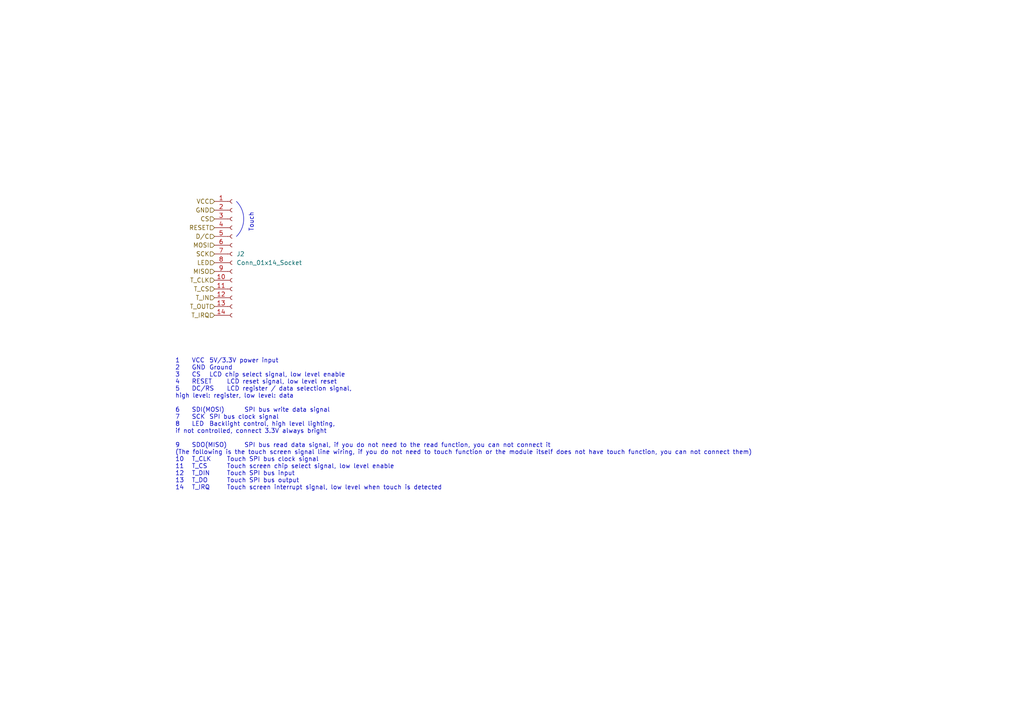
<source format=kicad_sch>
(kicad_sch (version 20230121) (generator eeschema)
  (paper "A4")
  (title_block (title "2.8inch SPI Module ILI9341 SKU:MSP2807"))
  (lib_symbols
    (symbol "Connector:Conn_01x14_Socket" (pin_names (offset 1.016) hide)
      (property "Reference" "J" (at 0 17.78 0))
      (property "Value" "Conn_01x14_Socket" (at 0 -20.32 0))
      (symbol "Conn_01x14_Socket_1_1"
        (arc (start 0 -17.272) (mid -0.5058 -17.78) (end 0 -18.288) (stroke (width 0.1524)))
        (arc (start 0 -14.732) (mid -0.5058 -15.24) (end 0 -15.748) (stroke (width 0.1524)))
        (arc (start 0 -12.192) (mid -0.5058 -12.7) (end 0 -13.208) (stroke (width 0.1524)))
        (arc (start 0 -9.652) (mid -0.5058 -10.16) (end 0 -10.668) (stroke (width 0.1524)))
        (arc (start 0 -7.112) (mid -0.5058 -7.62) (end 0 -8.128) (stroke (width 0.1524)))
        (arc (start 0 -4.572) (mid -0.5058 -5.08) (end 0 -5.588) (stroke (width 0.1524)))
        (arc (start 0 -2.032) (mid -0.5058 -2.54) (end 0 -3.048) (stroke (width 0.1524)))
        (polyline (pts (xy -1.27 -17.78) (xy -0.508 -17.78)) (stroke (width 0.1524)))
        (polyline (pts (xy -1.27 -15.24) (xy -0.508 -15.24)) (stroke (width 0.1524)))
        (polyline (pts (xy -1.27 -12.7) (xy -0.508 -12.7)) (stroke (width 0.1524)))
        (polyline (pts (xy -1.27 -10.16) (xy -0.508 -10.16)) (stroke (width 0.1524)))
        (polyline (pts (xy -1.27 -7.62) (xy -0.508 -7.62)) (stroke (width 0.1524)))
        (polyline (pts (xy -1.27 -5.08) (xy -0.508 -5.08)) (stroke (width 0.1524)))
        (polyline (pts (xy -1.27 -2.54) (xy -0.508 -2.54)) (stroke (width 0.1524)))
        (polyline (pts (xy -1.27 0) (xy -0.508 0)) (stroke (width 0.1524)))
        (polyline (pts (xy -1.27 2.54) (xy -0.508 2.54)) (stroke (width 0.1524)))
        (polyline (pts (xy -1.27 5.08) (xy -0.508 5.08)) (stroke (width 0.1524)))
        (polyline (pts (xy -1.27 7.62) (xy -0.508 7.62)) (stroke (width 0.1524)))
        (polyline (pts (xy -1.27 10.16) (xy -0.508 10.16)) (stroke (width 0.1524)))
        (polyline (pts (xy -1.27 12.7) (xy -0.508 12.7)) (stroke (width 0.1524)))
        (polyline (pts (xy -1.27 15.24) (xy -0.508 15.24)) (stroke (width 0.1524)))
        (arc (start 0 0.508) (mid -0.5058 0) (end 0 -0.508) (stroke (width 0.1524)))
        (arc (start 0 3.048) (mid -0.5058 2.54) (end 0 2.032) (stroke (width 0.1524)))
        (arc (start 0 5.588) (mid -0.5058 5.08) (end 0 4.572) (stroke (width 0.1524)))
        (arc (start 0 8.128) (mid -0.5058 7.62) (end 0 7.112) (stroke (width 0.1524)))
        (arc (start 0 10.668) (mid -0.5058 10.16) (end 0 9.652) (stroke (width 0.1524)))
        (arc (start 0 13.208) (mid -0.5058 12.7) (end 0 12.192) (stroke (width 0.1524)))
        (arc (start 0 15.748) (mid -0.5058 15.24) (end 0 14.732) (stroke (width 0.1524)))
        (pin passive line (at -5.08 15.24 0) (length 3.81) (name "Pin_1") (number "1"))
        (pin passive line (at -5.08 -7.62 0) (length 3.81) (name "Pin_10") (number "10"))
        (pin passive line (at -5.08 -10.16 0) (length 3.81) (name "Pin_11") (number "11"))
        (pin passive line (at -5.08 -12.7 0) (length 3.81) (name "Pin_12") (number "12"))
        (pin passive line (at -5.08 -15.24 0) (length 3.81) (name "Pin_13") (number "13"))
        (pin passive line (at -5.08 -17.78 0) (length 3.81) (name "Pin_14") (number "14"))
        (pin passive line (at -5.08 12.7 0) (length 3.81) (name "Pin_2") (number "2"))
        (pin passive line (at -5.08 10.16 0) (length 3.81) (name "Pin_3") (number "3"))
        (pin passive line (at -5.08 7.62 0) (length 3.81) (name "Pin_4") (number "4"))
        (pin passive line (at -5.08 5.08 0) (length 3.81) (name "Pin_5") (number "5"))
        (pin passive line (at -5.08 2.54 0) (length 3.81) (name "Pin_6") (number "6"))
        (pin passive line (at -5.08 0 0) (length 3.81) (name "Pin_7") (number "7"))
        (pin passive line (at -5.08 -2.54 0) (length 3.81) (name "Pin_8") (number "8"))
        (pin passive line (at -5.08 -5.08 0) (length 3.81) (name "Pin_9") (number "9"))
      )
    )
  )
  (arc (start 68.58 58.42) (mid 70.6842 63.5) (end 68.58 68.58))
  (text "1	VCC	5V/3.3V power input\n2	GND	Ground\n3	CS	LCD chip select signal, low level enable\n4	RESET	LCD reset signal, low level reset\n5	DC/RS	LCD register / data selection signal,\nhigh level: register, low level: data\n\n6	SDI(MOSI)	SPI bus write data signal\n7	SCK	SPI bus clock signal\n8	LED	Backlight control, high level lighting,\nif not controlled, connect 3.3V always bright\n\n9	SDO(MISO)	SPI bus read data signal, if you do not need to the read function, you can not connect it\n(The following is the touch screen signal line wiring, if you do not need to touch function or the module itself does not have touch function, you can not connect them)\n10	T_CLK	Touch SPI bus clock signal\n11	T_CS	Touch screen chip select signal, low level enable\n12	T_DIN	Touch SPI bus input\n13	T_DO	Touch SPI bus output\n14	T_IRQ	Touch screen interrupt signal, low level when touch is detected" (at 50.8 142.24 0) (effects (font (size 1.27 1.27)) (justify left bottom)))
  (text "Touch" (at 73.66 67.31 90) (effects (font (size 1.27 1.27)) (justify left bottom)))
  (hierarchical_label "VCC" (shape input) (at 62.23 58.42 180))
  (hierarchical_label "MOSI" (shape input) (at 62.23 71.12 180))
  (hierarchical_label "T_CS" (shape input) (at 62.23 83.82 180))
  (hierarchical_label "T_OUT" (shape input) (at 62.23 88.9 180))
  (hierarchical_label "LED" (shape input) (at 62.23 76.2 180))
  (hierarchical_label "RESET" (shape input) (at 62.23 66.04 180))
  (hierarchical_label "MISO" (shape input) (at 62.23 78.74 180))
  (hierarchical_label "T_CLK" (shape input) (at 62.23 81.28 180))
  (hierarchical_label "SCK" (shape input) (at 62.23 73.66 180))
  (hierarchical_label "GND" (shape input) (at 62.23 60.96 180))
  (hierarchical_label "T_IN" (shape input) (at 62.23 86.36 180))
  (hierarchical_label "T_IRQ" (shape input) (at 62.23 91.44 180))
  (hierarchical_label "D{slash}C" (shape input) (at 62.23 68.58 180))
  (hierarchical_label "CS" (shape input) (at 62.23 63.5 180))
  (symbol (lib_id "Connector:Conn_01x14_Socket") (at 67.31 73.66 0) (unit 1)
    (property "Reference" "J2" (at 68.58 73.66 0) (effects (justify left)))
    (property "Value" "Conn_01x14_Socket" (at 68.58 76.2 0) (effects (justify left)))
  )
)
</source>
